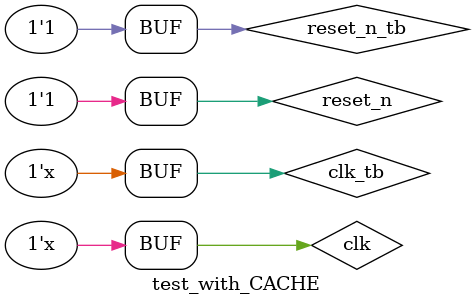
<source format=v>
`include "top_module.v"
`include "Instruction_Memory.v"
`include "memory_system.v"

module test_with_CACHE;
    reg clk_tb = 0, reset_n_tb;
    wire clk, reset_n, stall;

    assign clk = clk_tb;
    assign reset_n = reset_n_tb;

    wire MemWrite, MemRead;
    wire[31:0] Instr, PC, DataAdr, WriteData, ReadData;

    top_module Processor(
        .clk(clk),
        .reset_n(reset_n),
        .stall(stall),
        .Instr(Instr),
        .ReadData(ReadData),
        .MemWrite(MemWrite),
        .MemRead(MemRead),
        .PC(PC),
        .ALUResult(DataAdr),
        .WriteData(WriteData)
    );

    memory_system CACHE(
        .clk(clk),
        .reset_n(reset_n),
        .A(DataAdr[9:0]),
        .WE(MemWrite),
        .RE(MemRead),
        .WD(WriteData),
        .RD(ReadData),
        .stall(stall)
    );

    Instruction_Memory IM(
        .A(PC[9:2]),
        .RD(Instr)
    );

    localparam T = 10;
    always#(T/2) clk_tb = !clk_tb;

    initial begin
        reset_n_tb = 1;
        #T;
        reset_n_tb = 0;
        #T;

        reset_n_tb = 1;
        #(30*T);
    end

endmodule
</source>
